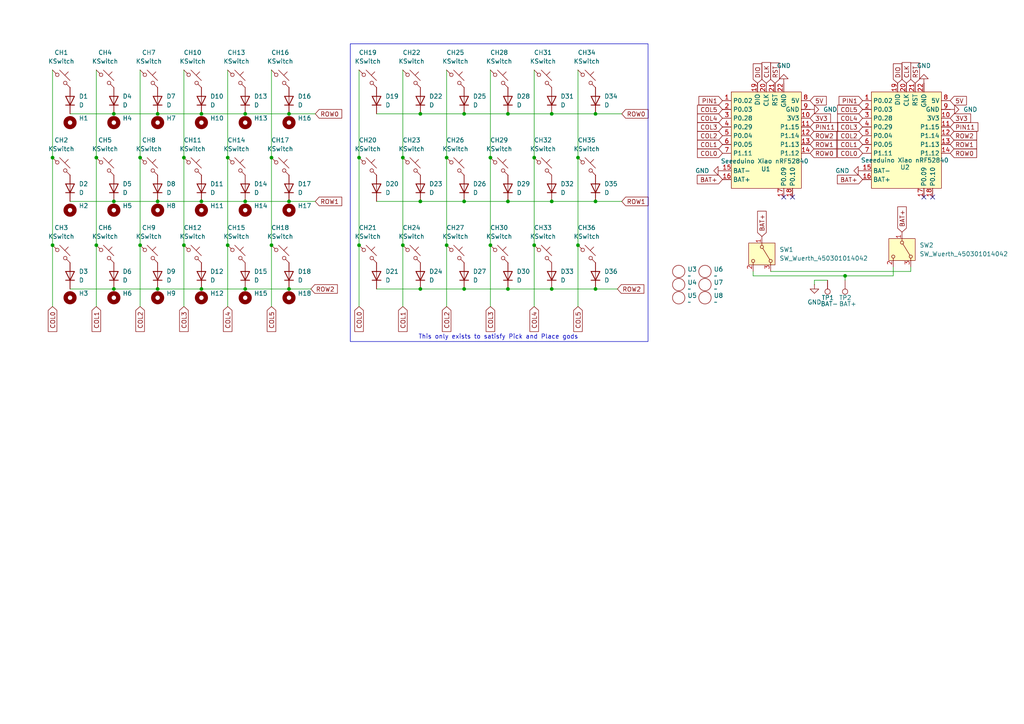
<source format=kicad_sch>
(kicad_sch (version 20231120) (generator "eeschema") (generator_version "8.0")
  (paper "A4")
  (junction (at 33.02 58.42))
  (junction (at 40.64 71.12))
  (junction (at 83.82 83.82))
  (junction (at 40.64 45.72))
  (junction (at 172.72 58.42))
  (junction (at 83.82 58.42))
  (junction (at 33.02 83.82))
  (junction (at 245.11 80.01))
  (junction (at 45.72 33.02))
  (junction (at 172.72 83.82))
  (junction (at 15.24 71.12))
  (junction (at 121.92 58.42))
  (junction (at 45.72 58.42))
  (junction (at 66.04 45.72))
  (junction (at 53.34 71.12))
  (junction (at 27.94 45.72))
  (junction (at 71.12 58.42))
  (junction (at 27.94 71.12))
  (junction (at 154.94 71.12))
  (junction (at 58.42 33.02))
  (junction (at 104.14 71.12))
  (junction (at 134.62 33.02))
  (junction (at 172.72 33.02))
  (junction (at 104.14 45.72))
  (junction (at 147.32 58.42))
  (junction (at 121.92 83.82))
  (junction (at 154.94 45.72))
  (junction (at 116.84 45.72))
  (junction (at 58.42 58.42))
  (junction (at 160.02 58.42))
  (junction (at 116.84 71.12))
  (junction (at 134.62 83.82))
  (junction (at 71.12 83.82))
  (junction (at 142.24 45.72))
  (junction (at 71.12 33.02))
  (junction (at 142.24 71.12))
  (junction (at 167.64 45.72))
  (junction (at 15.24 45.72))
  (junction (at 78.74 71.12))
  (junction (at 134.62 58.42))
  (junction (at 78.74 45.72))
  (junction (at 58.42 83.82))
  (junction (at 160.02 83.82))
  (junction (at 45.72 83.82))
  (junction (at 129.54 45.72))
  (junction (at 147.32 83.82))
  (junction (at 83.82 33.02))
  (junction (at 121.92 33.02))
  (junction (at 33.02 33.02))
  (junction (at 147.32 33.02))
  (junction (at 129.54 71.12))
  (junction (at 167.64 71.12))
  (junction (at 66.04 71.12))
  (junction (at 53.34 45.72))
  (junction (at 160.02 33.02))
  (no_connect (at 267.97 57.15))
  (no_connect (at 227.33 57.15))
  (no_connect (at 229.87 57.15))
  (no_connect (at 270.51 57.15))
  (wire (pts (xy 53.34 45.72) (xy 53.34 71.12)))
  (wire (pts (xy 45.72 58.42) (xy 58.42 58.42)))
  (wire (pts (xy 154.94 71.12) (xy 154.94 88.9)))
  (wire (pts (xy 142.24 45.72) (xy 142.24 71.12)))
  (wire (pts (xy 66.04 71.12) (xy 66.04 88.9)))
  (wire (pts (xy 71.12 58.42) (xy 83.82 58.42)))
  (wire (pts (xy 71.12 83.82) (xy 83.82 83.82)))
  (wire (pts (xy 160.02 33.02) (xy 172.72 33.02)))
  (wire (pts (xy 147.32 83.82) (xy 160.02 83.82)))
  (wire (pts (xy 134.62 83.82) (xy 147.32 83.82)))
  (wire (pts (xy 40.64 20.32) (xy 40.64 45.72)))
  (wire (pts (xy 180.34 58.42) (xy 172.72 58.42)))
  (wire (pts (xy 223.52 78.74) (xy 264.16 78.74)))
  (wire (pts (xy 58.42 58.42) (xy 71.12 58.42)))
  (wire (pts (xy 142.24 20.32) (xy 142.24 45.72)))
  (wire (pts (xy 104.14 71.12) (xy 104.14 45.72)))
  (wire (pts (xy 121.92 33.02) (xy 134.62 33.02)))
  (wire (pts (xy 104.14 45.72) (xy 104.14 20.32)))
  (wire (pts (xy 15.24 71.12) (xy 15.24 45.72)))
  (wire (pts (xy 142.24 71.12) (xy 142.24 88.9)))
  (wire (pts (xy 109.22 58.42) (xy 121.92 58.42)))
  (wire (pts (xy 20.32 58.42) (xy 33.02 58.42)))
  (wire (pts (xy 45.72 83.82) (xy 58.42 83.82)))
  (wire (pts (xy 160.02 58.42) (xy 172.72 58.42)))
  (wire (pts (xy 15.24 45.72) (xy 15.24 20.32)))
  (wire (pts (xy 129.54 71.12) (xy 129.54 88.9)))
  (wire (pts (xy 134.62 58.42) (xy 147.32 58.42)))
  (wire (pts (xy 147.32 33.02) (xy 160.02 33.02)))
  (wire (pts (xy 78.74 20.32) (xy 78.74 45.72)))
  (wire (pts (xy 104.14 71.12) (xy 104.14 88.9)))
  (wire (pts (xy 236.22 82.55) (xy 236.22 81.28)))
  (wire (pts (xy 154.94 45.72) (xy 154.94 71.12)))
  (wire (pts (xy 245.11 80.01) (xy 218.44 80.01)))
  (wire (pts (xy 167.64 20.32) (xy 167.64 45.72)))
  (wire (pts (xy 45.72 33.02) (xy 58.42 33.02)))
  (wire (pts (xy 27.94 20.32) (xy 27.94 45.72)))
  (wire (pts (xy 134.62 33.02) (xy 147.32 33.02)))
  (wire (pts (xy 33.02 33.02) (xy 45.72 33.02)))
  (wire (pts (xy 167.64 45.72) (xy 167.64 71.12)))
  (wire (pts (xy 33.02 58.42) (xy 45.72 58.42)))
  (wire (pts (xy 218.44 80.01) (xy 218.44 78.74)))
  (wire (pts (xy 264.16 78.74) (xy 264.16 77.47)))
  (wire (pts (xy 40.64 45.72) (xy 40.64 71.12)))
  (wire (pts (xy 180.34 33.02) (xy 172.72 33.02)))
  (wire (pts (xy 58.42 33.02) (xy 71.12 33.02)))
  (wire (pts (xy 245.11 81.28) (xy 245.11 80.01)))
  (wire (pts (xy 116.84 71.12) (xy 116.84 88.9)))
  (wire (pts (xy 109.22 83.82) (xy 121.92 83.82)))
  (wire (pts (xy 27.94 45.72) (xy 27.94 71.12)))
  (wire (pts (xy 116.84 20.32) (xy 116.84 45.72)))
  (wire (pts (xy 15.24 71.12) (xy 15.24 88.9)))
  (wire (pts (xy 71.12 33.02) (xy 83.82 33.02)))
  (wire (pts (xy 259.08 80.01) (xy 245.11 80.01)))
  (wire (pts (xy 154.94 20.32) (xy 154.94 45.72)))
  (wire (pts (xy 40.64 71.12) (xy 40.64 88.9)))
  (wire (pts (xy 147.32 58.42) (xy 160.02 58.42)))
  (wire (pts (xy 78.74 45.72) (xy 78.74 71.12)))
  (wire (pts (xy 167.64 71.12) (xy 167.64 88.9)))
  (wire (pts (xy 160.02 83.82) (xy 172.72 83.82)))
  (wire (pts (xy 53.34 20.32) (xy 53.34 45.72)))
  (wire (pts (xy 90.17 83.82) (xy 83.82 83.82)))
  (wire (pts (xy 53.34 71.12) (xy 53.34 88.9)))
  (wire (pts (xy 236.22 81.28) (xy 240.03 81.28)))
  (wire (pts (xy 116.84 45.72) (xy 116.84 71.12)))
  (wire (pts (xy 91.44 33.02) (xy 83.82 33.02)))
  (wire (pts (xy 20.32 83.82) (xy 33.02 83.82)))
  (wire (pts (xy 27.94 71.12) (xy 27.94 88.9)))
  (wire (pts (xy 121.92 83.82) (xy 134.62 83.82)))
  (wire (pts (xy 129.54 45.72) (xy 129.54 71.12)))
  (wire (pts (xy 58.42 83.82) (xy 71.12 83.82)))
  (wire (pts (xy 78.74 71.12) (xy 78.74 88.9)))
  (wire (pts (xy 121.92 58.42) (xy 134.62 58.42)))
  (wire (pts (xy 259.08 77.47) (xy 259.08 80.01)))
  (wire (pts (xy 20.32 33.02) (xy 33.02 33.02)))
  (wire (pts (xy 179.07 83.82) (xy 172.72 83.82)))
  (wire (pts (xy 33.02 83.82) (xy 45.72 83.82)))
  (wire (pts (xy 66.04 45.72) (xy 66.04 71.12)))
  (wire (pts (xy 91.44 58.42) (xy 83.82 58.42)))
  (wire (pts (xy 66.04 20.32) (xy 66.04 45.72)))
  (wire (pts (xy 109.22 33.02) (xy 121.92 33.02)))
  (wire (pts (xy 129.54 20.32) (xy 129.54 45.72)))
  (rectangle (start 101.6 12.7) (end 187.96 99.06))
  (text "This only exists to satisfy Pick and Place gods" (exclude_from_sim yes) (at 144.526 97.79 0) (effects (font (size 1.27 1.27))))
  (global_label "COL4" (shape input) (at 154.94 88.9 270) (property "Intersheetrefs" "${INTERSHEET_REFS}" (effects (hide yes))))
  (global_label "COL2" (shape input) (at 250.19 39.37 180) (property "Intersheetrefs" "${INTERSHEET_REFS}" (effects (hide yes))))
  (global_label "COL1" (shape input) (at 250.19 41.91 180) (property "Intersheetrefs" "${INTERSHEET_REFS}" (effects (hide yes))))
  (global_label "COL0" (shape input) (at 250.19 44.45 180) (property "Intersheetrefs" "${INTERSHEET_REFS}" (effects (hide yes))))
  (global_label "COL2" (shape input) (at 209.55 39.37 180) (property "Intersheetrefs" "${INTERSHEET_REFS}" (effects (hide yes))))
  (global_label "DIO" (shape input) (at 260.35 24.13 90) (property "Intersheetrefs" "${INTERSHEET_REFS}" (effects (hide yes))))
  (global_label "ROW0" (shape input) (at 180.34 33.02 0) (property "Intersheetrefs" "${INTERSHEET_REFS}" (effects (hide yes))))
  (global_label "COL2" (shape input) (at 129.54 88.9 270) (property "Intersheetrefs" "${INTERSHEET_REFS}" (effects (hide yes))))
  (global_label "COL5" (shape input) (at 250.19 31.75 180) (property "Intersheetrefs" "${INTERSHEET_REFS}" (effects (hide yes))))
  (global_label "COL4" (shape input) (at 209.55 34.29 180) (property "Intersheetrefs" "${INTERSHEET_REFS}" (effects (hide yes))))
  (global_label "RST" (shape input) (at 224.79 24.13 90) (property "Intersheetrefs" "${INTERSHEET_REFS}" (effects (hide yes))))
  (global_label "5V" (shape input) (at 234.95 29.21 0) (property "Intersheetrefs" "${INTERSHEET_REFS}" (effects (hide yes))))
  (global_label "ROW2" (shape input) (at 234.95 39.37 0) (property "Intersheetrefs" "${INTERSHEET_REFS}" (effects (hide yes))))
  (global_label "COL4" (shape input) (at 250.19 34.29 180) (property "Intersheetrefs" "${INTERSHEET_REFS}" (effects (hide yes))))
  (global_label "COL1" (shape input) (at 116.84 88.9 270) (property "Intersheetrefs" "${INTERSHEET_REFS}" (effects (hide yes))))
  (global_label "COL2" (shape input) (at 40.64 88.9 270) (property "Intersheetrefs" "${INTERSHEET_REFS}" (effects (hide yes))))
  (global_label "ROW2" (shape input) (at 275.59 39.37 0) (property "Intersheetrefs" "${INTERSHEET_REFS}" (effects (hide yes))))
  (global_label "BAT+" (shape input) (at 220.98 68.58 90) (property "Intersheetrefs" "${INTERSHEET_REFS}" (effects (hide yes))))
  (global_label "ROW0" (shape input) (at 234.95 44.45 0) (property "Intersheetrefs" "${INTERSHEET_REFS}" (effects (hide yes))))
  (global_label "CLK" (shape input) (at 222.25 24.13 90) (property "Intersheetrefs" "${INTERSHEET_REFS}" (effects (hide yes))))
  (global_label "3V3" (shape input) (at 275.59 34.29 0) (property "Intersheetrefs" "${INTERSHEET_REFS}" (effects (hide yes))))
  (global_label "PIN1" (shape input) (at 250.19 29.21 180) (property "Intersheetrefs" "${INTERSHEET_REFS}" (effects (hide yes))))
  (global_label "RST" (shape input) (at 265.43 24.13 90) (property "Intersheetrefs" "${INTERSHEET_REFS}" (effects (hide yes))))
  (global_label "COL0" (shape input) (at 15.24 88.9 270) (property "Intersheetrefs" "${INTERSHEET_REFS}" (effects (hide yes))))
  (global_label "PIN1" (shape input) (at 209.55 29.21 180) (property "Intersheetrefs" "${INTERSHEET_REFS}" (effects (hide yes))))
  (global_label "ROW0" (shape input) (at 91.44 33.02 0) (property "Intersheetrefs" "${INTERSHEET_REFS}" (effects (hide yes))))
  (global_label "3V3" (shape input) (at 234.95 34.29 0) (property "Intersheetrefs" "${INTERSHEET_REFS}" (effects (hide yes))))
  (global_label "ROW2" (shape input) (at 179.07 83.82 0) (property "Intersheetrefs" "${INTERSHEET_REFS}" (effects (hide yes))))
  (global_label "COL3" (shape input) (at 209.55 36.83 180) (property "Intersheetrefs" "${INTERSHEET_REFS}" (effects (hide yes))))
  (global_label "ROW1" (shape input) (at 180.34 58.42 0) (property "Intersheetrefs" "${INTERSHEET_REFS}" (effects (hide yes))))
  (global_label "BAT+" (shape input) (at 209.55 52.07 180) (property "Intersheetrefs" "${INTERSHEET_REFS}" (effects (hide yes))))
  (global_label "PIN11" (shape input) (at 275.59 36.83 0) (property "Intersheetrefs" "${INTERSHEET_REFS}" (effects (hide yes))))
  (global_label "COL1" (shape input) (at 209.55 41.91 180) (property "Intersheetrefs" "${INTERSHEET_REFS}" (effects (hide yes))))
  (global_label "COL5" (shape input) (at 78.74 88.9 270) (property "Intersheetrefs" "${INTERSHEET_REFS}" (effects (hide yes))))
  (global_label "DIO" (shape input) (at 219.71 24.13 90) (property "Intersheetrefs" "${INTERSHEET_REFS}" (effects (hide yes))))
  (global_label "COL0" (shape input) (at 209.55 44.45 180) (property "Intersheetrefs" "${INTERSHEET_REFS}" (effects (hide yes))))
  (global_label "CLK" (shape input) (at 262.89 24.13 90) (property "Intersheetrefs" "${INTERSHEET_REFS}" (effects (hide yes))))
  (global_label "COL5" (shape input) (at 209.55 31.75 180) (property "Intersheetrefs" "${INTERSHEET_REFS}" (effects (hide yes))))
  (global_label "BAT+" (shape input) (at 261.62 67.31 90) (property "Intersheetrefs" "${INTERSHEET_REFS}" (effects (hide yes))))
  (global_label "COL3" (shape input) (at 53.34 88.9 270) (property "Intersheetrefs" "${INTERSHEET_REFS}" (effects (hide yes))))
  (global_label "5V" (shape input) (at 275.59 29.21 0) (property "Intersheetrefs" "${INTERSHEET_REFS}" (effects (hide yes))))
  (global_label "COL4" (shape input) (at 66.04 88.9 270) (property "Intersheetrefs" "${INTERSHEET_REFS}" (effects (hide yes))))
  (global_label "BAT+" (shape input) (at 250.19 52.07 180) (property "Intersheetrefs" "${INTERSHEET_REFS}" (effects (hide yes))))
  (global_label "PIN11" (shape input) (at 234.95 36.83 0) (property "Intersheetrefs" "${INTERSHEET_REFS}" (effects (hide yes))))
  (global_label "ROW0" (shape input) (at 275.59 44.45 0) (property "Intersheetrefs" "${INTERSHEET_REFS}" (effects (hide yes))))
  (global_label "ROW1" (shape input) (at 234.95 41.91 0) (property "Intersheetrefs" "${INTERSHEET_REFS}" (effects (hide yes))))
  (global_label "COL0" (shape input) (at 104.14 88.9 270) (property "Intersheetrefs" "${INTERSHEET_REFS}" (effects (hide yes))))
  (global_label "COL5" (shape input) (at 167.64 88.9 270) (property "Intersheetrefs" "${INTERSHEET_REFS}" (effects (hide yes))))
  (global_label "COL3" (shape input) (at 142.24 88.9 270) (property "Intersheetrefs" "${INTERSHEET_REFS}" (effects (hide yes))))
  (global_label "ROW1" (shape input) (at 91.44 58.42 0) (property "Intersheetrefs" "${INTERSHEET_REFS}" (effects (hide yes))))
  (global_label "ROW1" (shape input) (at 275.59 41.91 0) (property "Intersheetrefs" "${INTERSHEET_REFS}" (effects (hide yes))))
  (global_label "COL1" (shape input) (at 27.94 88.9 270) (property "Intersheetrefs" "${INTERSHEET_REFS}" (effects (hide yes))))
  (global_label "ROW2" (shape input) (at 90.17 83.82 0) (property "Intersheetrefs" "${INTERSHEET_REFS}" (effects (hide yes))))
  (global_label "COL3" (shape input) (at 250.19 36.83 180) (property "Intersheetrefs" "${INTERSHEET_REFS}" (effects (hide yes))))
  (symbol (lib_id "marbastlib-choc:choc_v1_SW_HS_CPG135001S30") (at 55.88 48.26 0) (unit 1) (in_bom no)
    (property "Reference" "CH11" (at 55.88 40.64 0))
    (property "Value" "KSwitch" (at 55.88 43.18 0))
    (property "Footprint" "Keyboard:Kailh_HS_Socket" (effects (hide yes)))
    (property "Description" "Push button switch, normally open, two pins, 45° tilted" (effects (hide yes)))
  )
  (symbol (lib_id "Device:D") (at 45.72 29.21 90) (unit 1)
    (property "Reference" "D7" (at 48.26 27.9399 90) (effects (justify right)))
    (property "Value" "D" (at 48.26 30.4799 90) (effects (justify right)))
    (property "Footprint" "Diode_SMD:Nexperia_CFP3_SOD-123W" (effects (hide yes)))
    (property "Description" "Diode" (effects (hide yes)))
    (property "Sim.Device" "D" (effects (hide yes)))
    (property "Sim.Pins" "1=K 2=A" (effects (hide yes)))
  )
  (symbol (lib_id "marbastlib-choc:choc_v1_SW_HS_CPG135001S30") (at 157.48 73.66 0) (unit 1) (in_bom no)
    (property "Reference" "CH33" (at 157.48 66.04 0))
    (property "Value" "KSwitch" (at 157.48 68.58 0))
    (property "Footprint" "Keyboard:Kailh_HS_Socket" (effects (hide yes)))
    (property "Description" "Push button switch, normally open, two pins, 45° tilted" (effects (hide yes)))
  )
  (symbol (lib_id "marbastlib-choc:choc_v1_SW_HS_CPG135001S30") (at 81.28 73.66 0) (unit 1) (in_bom no)
    (property "Reference" "CH18" (at 81.28 66.04 0))
    (property "Value" "KSwitch" (at 81.28 68.58 0))
    (property "Footprint" "Keyboard:Kailh_HS_Socket" (effects (hide yes)))
    (property "Description" "Push button switch, normally open, two pins, 45° tilted" (effects (hide yes)))
  )
  (symbol (lib_id "marbastlib-choc:choc_v1_SW_HS_CPG135001S30") (at 144.78 73.66 0) (unit 1) (in_bom no)
    (property "Reference" "CH30" (at 144.78 66.04 0))
    (property "Value" "KSwitch" (at 144.78 68.58 0))
    (property "Footprint" "Keyboard:Kailh_HS_Socket" (effects (hide yes)))
    (property "Description" "Push button switch, normally open, two pins, 45° tilted" (effects (hide yes)))
  )
  (symbol (lib_id "Device:D") (at 45.72 54.61 90) (unit 1)
    (property "Reference" "D8" (at 48.26 53.3399 90) (effects (justify right)))
    (property "Value" "D" (at 48.26 55.8799 90) (effects (justify right)))
    (property "Footprint" "Diode_SMD:Nexperia_CFP3_SOD-123W" (effects (hide yes)))
    (property "Description" "Diode" (effects (hide yes)))
    (property "Sim.Device" "D" (effects (hide yes)))
    (property "Sim.Pins" "1=K 2=A" (effects (hide yes)))
  )
  (symbol (lib_id "marbastlib-choc:choc_v1_SW_HS_CPG135001S30") (at 30.48 73.66 0) (unit 1) (in_bom no)
    (property "Reference" "CH6" (at 30.48 66.04 0))
    (property "Value" "KSwitch" (at 30.48 68.58 0))
    (property "Footprint" "Keyboard:Kailh_HS_Socket" (effects (hide yes)))
    (property "Description" "Push button switch, normally open, two pins, 45° tilted" (effects (hide yes)))
  )
  (symbol (lib_id "Mechanical:MountingHole") (at 83.82 35.56 0) (unit 1) (exclude_from_sim yes) (in_bom no)
    (property "Reference" "H16" (at 86.36 34.2899 0) (effects (justify left)))
    (property "Value" "MountingHole" (effects (hide yes)))
    (property "Footprint" "Keyboard:Kailh_socket_PG1350_reversible_Holes" (effects (hide yes)))
    (property "Description" "Mounting Hole without connection" (effects (hide yes)))
  )
  (symbol (lib_id "marbastlib-choc:choc_v1_SW_HS_CPG135001S30") (at 43.18 48.26 0) (unit 1) (in_bom no)
    (property "Reference" "CH8" (at 43.18 40.64 0))
    (property "Value" "KSwitch" (at 43.18 43.18 0))
    (property "Footprint" "Keyboard:Kailh_HS_Socket" (effects (hide yes)))
    (property "Description" "Push button switch, normally open, two pins, 45° tilted" (effects (hide yes)))
  )
  (symbol (lib_id "marbastlib-choc:choc_v1_SW_HS_CPG135001S30") (at 132.08 73.66 0) (unit 1) (in_bom no)
    (property "Reference" "CH27" (at 132.08 66.04 0))
    (property "Value" "KSwitch" (at 132.08 68.58 0))
    (property "Footprint" "Keyboard:Kailh_HS_Socket" (effects (hide yes)))
    (property "Description" "Push button switch, normally open, two pins, 45° tilted" (effects (hide yes)))
  )
  (symbol (lib_id "Device:D") (at 58.42 80.01 90) (unit 1)
    (property "Reference" "D12" (at 60.96 78.7399 90) (effects (justify right)))
    (property "Value" "D" (at 60.96 81.2799 90) (effects (justify right)))
    (property "Footprint" "Diode_SMD:Nexperia_CFP3_SOD-123W" (effects (hide yes)))
    (property "Description" "Diode" (effects (hide yes)))
    (property "Sim.Device" "D" (effects (hide yes)))
    (property "Sim.Pins" "1=K 2=A" (effects (hide yes)))
  )
  (symbol (lib_id "Switch:SW_Wuerth_450301014042") (at 261.62 72.39 270) (unit 1)
    (property "Reference" "SW2" (at 266.7 71.1199 90) (effects (justify left)))
    (property "Value" "SW_Wuerth_450301014042" (at 266.7 73.6599 90) (effects (justify left)))
    (property "Footprint" "Button_Switch_SMD:SW_SPDT_PCM12" (effects (hide yes)))
    (property "Datasheet" "https://www.we-online.com/components/products/datasheet/450301014042.pdf" (effects (hide yes)))
    (property "Description" "Switch slide, single pole double throw" (effects (hide yes)))
  )
  (symbol (lib_id "Mechanical:MountingHole") (at 33.02 35.56 0) (unit 1) (exclude_from_sim yes) (in_bom no)
    (property "Reference" "H4" (at 35.56 34.2899 0) (effects (justify left)))
    (property "Value" "MountingHole" (effects (hide yes)))
    (property "Footprint" "Keyboard:Kailh_socket_PG1350_reversible_Holes" (effects (hide yes)))
    (property "Description" "Mounting Hole without connection" (effects (hide yes)))
  )
  (symbol (lib_id "marbastlib-choc:choc_v1_SW_HS_CPG135001S30") (at 144.78 22.86 0) (unit 1) (in_bom no)
    (property "Reference" "CH28" (at 144.78 15.24 0))
    (property "Value" "KSwitch" (at 144.78 17.78 0))
    (property "Footprint" "Keyboard:Kailh_HS_Socket" (effects (hide yes)))
    (property "Description" "Push button switch, normally open, two pins, 45° tilted" (effects (hide yes)))
  )
  (symbol (lib_id "Device:D") (at 83.82 80.01 90) (unit 1)
    (property "Reference" "D18" (at 86.36 78.7399 90) (effects (justify right)))
    (property "Value" "D" (at 86.36 81.2799 90) (effects (justify right)))
    (property "Footprint" "Diode_SMD:Nexperia_CFP3_SOD-123W" (effects (hide yes)))
    (property "Description" "Diode" (effects (hide yes)))
    (property "Sim.Device" "D" (effects (hide yes)))
    (property "Sim.Pins" "1=K 2=A" (effects (hide yes)))
  )
  (symbol (lib_id "Device:D") (at 160.02 54.61 90) (unit 1)
    (property "Reference" "D32" (at 162.56 53.3399 90) (effects (justify right)))
    (property "Value" "D" (at 162.56 55.8799 90) (effects (justify right)))
    (property "Footprint" "Diode_SMD:Nexperia_CFP3_SOD-123W" (effects (hide yes)))
    (property "Description" "Diode" (effects (hide yes)))
    (property "Sim.Device" "D" (effects (hide yes)))
    (property "Sim.Pins" "1=K 2=A" (effects (hide yes)))
  )
  (symbol (lib_id "Trackpoint:Solder_Nut") (at 196.85 86.36 0) (unit 1)
    (property "Reference" "U5" (at 199.39 85.7249 0) (effects (justify left)))
    (property "Value" "~" (at 199.39 87.63 0) (effects (justify left)))
    (property "Footprint" "MountingHole:MountingHole_2.2mm_M2" (effects (hide yes)))
  )
  (symbol (lib_id "power:GND") (at 209.55 49.53 270) (unit 1)
    (property "Reference" "#PWR03" (effects (hide yes)))
    (property "Value" "GND" (at 205.74 49.5299 90) (effects (justify right)))
    (property "Description" "Power symbol creates a global label with name \"GND\" , ground" (effects (hide yes)))
  )
  (symbol (lib_id "Mechanical:MountingHole") (at 20.32 35.56 0) (unit 1) (exclude_from_sim yes) (in_bom no)
    (property "Reference" "H1" (at 22.86 34.2899 0) (effects (justify left)))
    (property "Value" "MountingHole" (effects (hide yes)))
    (property "Footprint" "Keyboard:Kailh_socket_PG1350_reversible_Holes" (effects (hide yes)))
    (property "Description" "Mounting Hole without connection" (effects (hide yes)))
  )
  (symbol (lib_id "Switch:SW_Wuerth_450301014042") (at 220.98 73.66 270) (unit 1)
    (property "Reference" "SW1" (at 226.06 72.3899 90) (effects (justify left)))
    (property "Value" "SW_Wuerth_450301014042" (at 226.06 74.9299 90) (effects (justify left)))
    (property "Footprint" "Button_Switch_SMD:SW_SPDT_PCM12" (effects (hide yes)))
    (property "Datasheet" "https://www.we-online.com/components/products/datasheet/450301014042.pdf" (effects (hide yes)))
    (property "Description" "Switch slide, single pole double throw" (effects (hide yes)))
  )
  (symbol (lib_id "marbastlib-choc:choc_v1_SW_HS_CPG135001S30") (at 68.58 22.86 0) (unit 1) (in_bom no)
    (property "Reference" "CH13" (at 68.58 15.24 0))
    (property "Value" "KSwitch" (at 68.58 17.78 0))
    (property "Footprint" "Keyboard:Kailh_HS_Socket" (effects (hide yes)))
    (property "Description" "Push button switch, normally open, two pins, 45° tilted" (effects (hide yes)))
  )
  (symbol (lib_id "Device:D") (at 109.22 29.21 90) (unit 1)
    (property "Reference" "D19" (at 111.76 27.9399 90) (effects (justify right)))
    (property "Value" "D" (at 111.76 30.4799 90) (effects (justify right)))
    (property "Footprint" "Diode_SMD:Nexperia_CFP3_SOD-123W" (effects (hide yes)))
    (property "Description" "Diode" (effects (hide yes)))
    (property "Sim.Device" "D" (effects (hide yes)))
    (property "Sim.Pins" "1=K 2=A" (effects (hide yes)))
  )
  (symbol (lib_id "marbastlib-choc:choc_v1_SW_HS_CPG135001S30") (at 157.48 22.86 0) (unit 1) (in_bom no)
    (property "Reference" "CH31" (at 157.48 15.24 0))
    (property "Value" "KSwitch" (at 157.48 17.78 0))
    (property "Footprint" "Keyboard:Kailh_HS_Socket" (effects (hide yes)))
    (property "Description" "Push button switch, normally open, two pins, 45° tilted" (effects (hide yes)))
  )
  (symbol (lib_id "Trackpoint:Solder_Nut") (at 204.47 82.55 0) (unit 1)
    (property "Reference" "U7" (at 207.01 81.9149 0) (effects (justify left)))
    (property "Value" "~" (at 207.01 83.82 0) (effects (justify left)))
    (property "Footprint" "MountingHole:MountingHole_2.2mm_M2" (effects (hide yes)))
  )
  (symbol (lib_id "Mechanical:MountingHole") (at 83.82 86.36 0) (unit 1) (exclude_from_sim yes) (in_bom no)
    (property "Reference" "H18" (at 86.36 85.0899 0) (effects (justify left)))
    (property "Value" "MountingHole" (effects (hide yes)))
    (property "Footprint" "Keyboard:Kailh_socket_PG1350_reversible_Holes" (effects (hide yes)))
    (property "Description" "Mounting Hole without connection" (effects (hide yes)))
  )
  (symbol (lib_id "marbastlib-choc:choc_v1_SW_HS_CPG135001S30") (at 106.68 48.26 0) (unit 1) (in_bom no)
    (property "Reference" "CH20" (at 106.68 40.64 0))
    (property "Value" "KSwitch" (at 106.68 43.18 0))
    (property "Footprint" "Keyboard:Kailh_HS_Socket" (effects (hide yes)))
    (property "Description" "Push button switch, normally open, two pins, 45° tilted" (effects (hide yes)))
  )
  (symbol (lib_id "Mechanical:MountingHole") (at 45.72 60.96 0) (unit 1) (exclude_from_sim yes) (in_bom no)
    (property "Reference" "H8" (at 48.26 59.6899 0) (effects (justify left)))
    (property "Value" "MountingHole" (effects (hide yes)))
    (property "Footprint" "Keyboard:Kailh_socket_PG1350_reversible_Holes" (effects (hide yes)))
    (property "Description" "Mounting Hole without connection" (effects (hide yes)))
  )
  (symbol (lib_id "marbastlib-choc:choc_v1_SW_HS_CPG135001S30") (at 68.58 48.26 0) (unit 1) (in_bom no)
    (property "Reference" "CH14" (at 68.58 40.64 0))
    (property "Value" "KSwitch" (at 68.58 43.18 0))
    (property "Footprint" "Keyboard:Kailh_HS_Socket" (effects (hide yes)))
    (property "Description" "Push button switch, normally open, two pins, 45° tilted" (effects (hide yes)))
  )
  (symbol (lib_id "Mechanical:MountingHole") (at 58.42 60.96 0) (unit 1) (exclude_from_sim yes) (in_bom no)
    (property "Reference" "H11" (at 60.96 59.6899 0) (effects (justify left)))
    (property "Value" "MountingHole" (effects (hide yes)))
    (property "Footprint" "Keyboard:Kailh_socket_PG1350_reversible_Holes" (effects (hide yes)))
    (property "Description" "Mounting Hole without connection" (effects (hide yes)))
  )
  (symbol (lib_id "marbastlib-choc:choc_v1_SW_HS_CPG135001S30") (at 81.28 22.86 0) (unit 1) (in_bom no)
    (property "Reference" "CH16" (at 81.28 15.24 0))
    (property "Value" "KSwitch" (at 81.28 17.78 0))
    (property "Footprint" "Keyboard:Kailh_HS_Socket" (effects (hide yes)))
    (property "Description" "Push button switch, normally open, two pins, 45° tilted" (effects (hide yes)))
  )
  (symbol (lib_id "Device:D") (at 45.72 80.01 90) (unit 1)
    (property "Reference" "D9" (at 48.26 78.7399 90) (effects (justify right)))
    (property "Value" "D" (at 48.26 81.2799 90) (effects (justify right)))
    (property "Footprint" "Diode_SMD:Nexperia_CFP3_SOD-123W" (effects (hide yes)))
    (property "Description" "Diode" (effects (hide yes)))
    (property "Sim.Device" "D" (effects (hide yes)))
    (property "Sim.Pins" "1=K 2=A" (effects (hide yes)))
  )
  (symbol (lib_id "power:GND") (at 236.22 82.55 0) (unit 1)
    (property "Reference" "#PWR07" (effects (hide yes)))
    (property "Value" "GND" (at 236.22 87.63 0))
    (property "Description" "Power symbol creates a global label with name \"GND\" , ground" (effects (hide yes)))
  )
  (symbol (lib_id "marbastlib-choc:choc_v1_SW_HS_CPG135001S30") (at 132.08 48.26 0) (unit 1) (in_bom no)
    (property "Reference" "CH26" (at 132.08 40.64 0))
    (property "Value" "KSwitch" (at 132.08 43.18 0))
    (property "Footprint" "Keyboard:Kailh_HS_Socket" (effects (hide yes)))
    (property "Description" "Push button switch, normally open, two pins, 45° tilted" (effects (hide yes)))
  )
  (symbol (lib_id "xiao_ble:Seeeduino_Xiao_nRF52840") (at 262.89 43.18 0) (unit 1) (in_bom no)
    (property "Reference" "U2" (at 261.112 48.514 0) (effects (justify left)))
    (property "Value" "Seeeduino Xiao nRF52840" (at 249.682 46.482 0) (effects (justify left)))
    (property "Footprint" "Keyboard:XIAO-nRF52840-Sense-14P-2.54-21X17.8MM" (effects (hide yes)))
    (property "Description" "Symbol for a Seeeduino Xiao nRF52840" (effects (hide yes)))
  )
  (symbol (lib_id "marbastlib-choc:choc_v1_SW_HS_CPG135001S30") (at 30.48 22.86 0) (unit 1) (in_bom no)
    (property "Reference" "CH4" (at 30.48 15.24 0))
    (property "Value" "KSwitch" (at 30.48 17.78 0))
    (property "Footprint" "Keyboard:Kailh_HS_Socket" (effects (hide yes)))
    (property "Description" "Push button switch, normally open, two pins, 45° tilted" (effects (hide yes)))
  )
  (symbol (lib_id "Device:D") (at 121.92 80.01 90) (unit 1)
    (property "Reference" "D24" (at 124.46 78.7399 90) (effects (justify right)))
    (property "Value" "D" (at 124.46 81.2799 90) (effects (justify right)))
    (property "Footprint" "Diode_SMD:Nexperia_CFP3_SOD-123W" (effects (hide yes)))
    (property "Description" "Diode" (effects (hide yes)))
    (property "Sim.Device" "D" (effects (hide yes)))
    (property "Sim.Pins" "1=K 2=A" (effects (hide yes)))
  )
  (symbol (lib_id "power:GND") (at 234.95 31.75 90) (unit 1)
    (property "Reference" "#PWR02" (effects (hide yes)))
    (property "Value" "GND" (at 238.76 31.7499 90) (effects (justify right)))
    (property "Description" "Power symbol creates a global label with name \"GND\" , ground" (effects (hide yes)))
  )
  (symbol (lib_id "Device:D") (at 71.12 54.61 90) (unit 1)
    (property "Reference" "D14" (at 73.66 53.3399 90) (effects (justify right)))
    (property "Value" "D" (at 73.66 55.8799 90) (effects (justify right)))
    (property "Footprint" "Diode_SMD:Nexperia_CFP3_SOD-123W" (effects (hide yes)))
    (property "Description" "Diode" (effects (hide yes)))
    (property "Sim.Device" "D" (effects (hide yes)))
    (property "Sim.Pins" "1=K 2=A" (effects (hide yes)))
  )
  (symbol (lib_id "marbastlib-choc:choc_v1_SW_HS_CPG135001S30") (at 55.88 73.66 0) (unit 1) (in_bom no)
    (property "Reference" "CH12" (at 55.88 66.04 0))
    (property "Value" "KSwitch" (at 55.88 68.58 0))
    (property "Footprint" "Keyboard:Kailh_HS_Socket" (effects (hide yes)))
    (property "Description" "Push button switch, normally open, two pins, 45° tilted" (effects (hide yes)))
  )
  (symbol (lib_id "Device:D") (at 71.12 29.21 90) (unit 1)
    (property "Reference" "D13" (at 73.66 27.9399 90) (effects (justify right)))
    (property "Value" "D" (at 73.66 30.4799 90) (effects (justify right)))
    (property "Footprint" "Diode_SMD:Nexperia_CFP3_SOD-123W" (effects (hide yes)))
    (property "Description" "Diode" (effects (hide yes)))
    (property "Sim.Device" "D" (effects (hide yes)))
    (property "Sim.Pins" "1=K 2=A" (effects (hide yes)))
  )
  (symbol (lib_id "Device:D") (at 147.32 29.21 90) (unit 1)
    (property "Reference" "D28" (at 149.86 27.9399 90) (effects (justify right)))
    (property "Value" "D" (at 149.86 30.4799 90) (effects (justify right)))
    (property "Footprint" "Diode_SMD:Nexperia_CFP3_SOD-123W" (effects (hide yes)))
    (property "Description" "Diode" (effects (hide yes)))
    (property "Sim.Device" "D" (effects (hide yes)))
    (property "Sim.Pins" "1=K 2=A" (effects (hide yes)))
  )
  (symbol (lib_id "marbastlib-choc:choc_v1_SW_HS_CPG135001S30") (at 170.18 48.26 0) (unit 1) (in_bom no)
    (property "Reference" "CH35" (at 170.18 40.64 0))
    (property "Value" "KSwitch" (at 170.18 43.18 0))
    (property "Footprint" "Keyboard:Kailh_HS_Socket" (effects (hide yes)))
    (property "Description" "Push button switch, normally open, two pins, 45° tilted" (effects (hide yes)))
  )
  (symbol (lib_id "Mechanical:MountingHole") (at 45.72 86.36 0) (unit 1) (exclude_from_sim yes) (in_bom no)
    (property "Reference" "H9" (at 48.26 85.0899 0) (effects (justify left)))
    (property "Value" "MountingHole" (effects (hide yes)))
    (property "Footprint" "Keyboard:Kailh_socket_PG1350_reversible_Holes" (effects (hide yes)))
    (property "Description" "Mounting Hole without connection" (effects (hide yes)))
  )
  (symbol (lib_id "marbastlib-choc:choc_v1_SW_HS_CPG135001S30") (at 55.88 22.86 0) (unit 1) (in_bom no)
    (property "Reference" "CH10" (at 55.88 15.24 0))
    (property "Value" "KSwitch" (at 55.88 17.78 0))
    (property "Footprint" "Keyboard:Kailh_HS_Socket" (effects (hide yes)))
    (property "Description" "Push button switch, normally open, two pins, 45° tilted" (effects (hide yes)))
  )
  (symbol (lib_id "Trackpoint:Solder_Nut") (at 196.85 82.55 0) (unit 1)
    (property "Reference" "U4" (at 199.39 81.9149 0) (effects (justify left)))
    (property "Value" "~" (at 199.39 83.82 0) (effects (justify left)))
    (property "Footprint" "MountingHole:MountingHole_2.2mm_M2" (effects (hide yes)))
  )
  (symbol (lib_id "marbastlib-choc:choc_v1_SW_HS_CPG135001S30") (at 106.68 73.66 0) (unit 1) (in_bom no)
    (property "Reference" "CH21" (at 106.68 66.04 0))
    (property "Value" "KSwitch" (at 106.68 68.58 0))
    (property "Footprint" "Keyboard:Kailh_HS_Socket" (effects (hide yes)))
    (property "Description" "Push button switch, normally open, two pins, 45° tilted" (effects (hide yes)))
  )
  (symbol (lib_id "Device:D") (at 33.02 29.21 90) (unit 1)
    (property "Reference" "D4" (at 35.56 27.9399 90) (effects (justify right)))
    (property "Value" "D" (at 35.56 30.4799 90) (effects (justify right)))
    (property "Footprint" "Diode_SMD:Nexperia_CFP3_SOD-123W" (effects (hide yes)))
    (property "Description" "Diode" (effects (hide yes)))
    (property "Sim.Device" "D" (effects (hide yes)))
    (property "Sim.Pins" "1=K 2=A" (effects (hide yes)))
  )
  (symbol (lib_id "marbastlib-choc:choc_v1_SW_HS_CPG135001S30") (at 119.38 22.86 0) (unit 1) (in_bom no)
    (property "Reference" "CH22" (at 119.38 15.24 0))
    (property "Value" "KSwitch" (at 119.38 17.78 0))
    (property "Footprint" "Keyboard:Kailh_HS_Socket" (effects (hide yes)))
    (property "Description" "Push button switch, normally open, two pins, 45° tilted" (effects (hide yes)))
  )
  (symbol (lib_id "Device:D") (at 58.42 54.61 90) (unit 1)
    (property "Reference" "D11" (at 60.96 53.3399 90) (effects (justify right)))
    (property "Value" "D" (at 60.96 55.8799 90) (effects (justify right)))
    (property "Footprint" "Diode_SMD:Nexperia_CFP3_SOD-123W" (effects (hide yes)))
    (property "Description" "Diode" (effects (hide yes)))
    (property "Sim.Device" "D" (effects (hide yes)))
    (property "Sim.Pins" "1=K 2=A" (effects (hide yes)))
  )
  (symbol (lib_id "marbastlib-choc:choc_v1_SW_HS_CPG135001S30") (at 170.18 22.86 0) (unit 1) (in_bom no)
    (property "Reference" "CH34" (at 170.18 15.24 0))
    (property "Value" "KSwitch" (at 170.18 17.78 0))
    (property "Footprint" "Keyboard:Kailh_HS_Socket" (effects (hide yes)))
    (property "Description" "Push button switch, normally open, two pins, 45° tilted" (effects (hide yes)))
  )
  (symbol (lib_id "Device:D") (at 20.32 54.61 90) (unit 1)
    (property "Reference" "D2" (at 22.86 53.3399 90) (effects (justify right)))
    (property "Value" "D" (at 22.86 55.8799 90) (effects (justify right)))
    (property "Footprint" "Diode_SMD:Nexperia_CFP3_SOD-123W" (effects (hide yes)))
    (property "Description" "Diode" (effects (hide yes)))
    (property "Sim.Device" "D" (effects (hide yes)))
    (property "Sim.Pins" "1=K 2=A" (effects (hide yes)))
  )
  (symbol (lib_id "marbastlib-choc:choc_v1_SW_HS_CPG135001S30") (at 43.18 22.86 0) (unit 1) (in_bom no)
    (property "Reference" "CH7" (at 43.18 15.24 0))
    (property "Value" "KSwitch" (at 43.18 17.78 0))
    (property "Footprint" "Keyboard:Kailh_HS_Socket" (effects (hide yes)))
    (property "Description" "Push button switch, normally open, two pins, 45° tilted" (effects (hide yes)))
  )
  (symbol (lib_id "marbastlib-choc:choc_v1_SW_HS_CPG135001S30") (at 170.18 73.66 0) (unit 1) (in_bom no)
    (property "Reference" "CH36" (at 170.18 66.04 0))
    (property "Value" "KSwitch" (at 170.18 68.58 0))
    (property "Footprint" "Keyboard:Kailh_HS_Socket" (effects (hide yes)))
    (property "Description" "Push button switch, normally open, two pins, 45° tilted" (effects (hide yes)))
  )
  (symbol (lib_id "marbastlib-choc:choc_v1_SW_HS_CPG135001S30") (at 81.28 48.26 0) (unit 1) (in_bom no)
    (property "Reference" "CH17" (at 81.28 40.64 0))
    (property "Value" "KSwitch" (at 81.28 43.18 0))
    (property "Footprint" "Keyboard:Kailh_HS_Socket" (effects (hide yes)))
    (property "Description" "Push button switch, normally open, two pins, 45° tilted" (effects (hide yes)))
  )
  (symbol (lib_id "power:GND") (at 267.97 24.13 180) (unit 1)
    (property "Reference" "#PWR05" (effects (hide yes)))
    (property "Value" "GND" (at 267.97 19.05 0))
    (property "Description" "Power symbol creates a global label with name \"GND\" , ground" (effects (hide yes)))
  )
  (symbol (lib_id "Mechanical:MountingHole") (at 20.32 86.36 0) (unit 1) (exclude_from_sim yes) (in_bom no)
    (property "Reference" "H3" (at 22.86 85.0899 0) (effects (justify left)))
    (property "Value" "MountingHole" (effects (hide yes)))
    (property "Footprint" "Keyboard:Kailh_socket_PG1350_reversible_Holes" (effects (hide yes)))
    (property "Description" "Mounting Hole without connection" (effects (hide yes)))
  )
  (symbol (lib_id "Device:D") (at 134.62 54.61 90) (unit 1)
    (property "Reference" "D26" (at 137.16 53.3399 90) (effects (justify right)))
    (property "Value" "D" (at 137.16 55.8799 90) (effects (justify right)))
    (property "Footprint" "Diode_SMD:Nexperia_CFP3_SOD-123W" (effects (hide yes)))
    (property "Description" "Diode" (effects (hide yes)))
    (property "Sim.Device" "D" (effects (hide yes)))
    (property "Sim.Pins" "1=K 2=A" (effects (hide yes)))
  )
  (symbol (lib_id "power:GND") (at 275.59 31.75 90) (unit 1)
    (property "Reference" "#PWR04" (effects (hide yes)))
    (property "Value" "GND" (at 279.4 31.7499 90) (effects (justify right)))
    (property "Description" "Power symbol creates a global label with name \"GND\" , ground" (effects (hide yes)))
  )
  (symbol (lib_id "Mechanical:MountingHole") (at 71.12 35.56 0) (unit 1) (exclude_from_sim yes) (in_bom no)
    (property "Reference" "H13" (at 73.66 34.2899 0) (effects (justify left)))
    (property "Value" "MountingHole" (effects (hide yes)))
    (property "Footprint" "Keyboard:Kailh_socket_PG1350_reversible_Holes" (effects (hide yes)))
    (property "Description" "Mounting Hole without connection" (effects (hide yes)))
  )
  (symbol (lib_id "marbastlib-choc:choc_v1_SW_HS_CPG135001S30") (at 119.38 73.66 0) (unit 1) (in_bom no)
    (property "Reference" "CH24" (at 119.38 66.04 0))
    (property "Value" "KSwitch" (at 119.38 68.58 0))
    (property "Footprint" "Keyboard:Kailh_HS_Socket" (effects (hide yes)))
    (property "Description" "Push button switch, normally open, two pins, 45° tilted" (effects (hide yes)))
  )
  (symbol (lib_id "Mechanical:MountingHole") (at 33.02 60.96 0) (unit 1) (exclude_from_sim yes) (in_bom no)
    (property "Reference" "H5" (at 35.56 59.6899 0) (effects (justify left)))
    (property "Value" "MountingHole" (effects (hide yes)))
    (property "Footprint" "Keyboard:Kailh_socket_PG1350_reversible_Holes" (effects (hide yes)))
    (property "Description" "Mounting Hole without connection" (effects (hide yes)))
  )
  (symbol (lib_id "Mechanical:MountingHole") (at 20.32 60.96 0) (unit 1) (exclude_from_sim yes) (in_bom no)
    (property "Reference" "H2" (at 22.86 59.6899 0) (effects (justify left)))
    (property "Value" "MountingHole" (effects (hide yes)))
    (property "Footprint" "Keyboard:Kailh_socket_PG1350_reversible_Holes" (effects (hide yes)))
    (property "Description" "Mounting Hole without connection" (effects (hide yes)))
  )
  (symbol (lib_id "marbastlib-choc:choc_v1_SW_HS_CPG135001S30") (at 17.78 22.86 0) (unit 1) (in_bom no)
    (property "Reference" "CH1" (at 17.78 15.24 0))
    (property "Value" "KSwitch" (at 17.78 17.78 0))
    (property "Footprint" "Keyboard:Kailh_HS_Socket" (effects (hide yes)))
    (property "Description" "Push button switch, normally open, two pins, 45° tilted" (effects (hide yes)))
  )
  (symbol (lib_id "marbastlib-choc:choc_v1_SW_HS_CPG135001S30") (at 43.18 73.66 0) (unit 1) (in_bom no)
    (property "Reference" "CH9" (at 43.18 66.04 0))
    (property "Value" "KSwitch" (at 43.18 68.58 0))
    (property "Footprint" "Keyboard:Kailh_HS_Socket" (effects (hide yes)))
    (property "Description" "Push button switch, normally open, two pins, 45° tilted" (effects (hide yes)))
  )
  (symbol (lib_id "Device:D") (at 134.62 80.01 90) (unit 1)
    (property "Reference" "D27" (at 137.16 78.7399 90) (effects (justify right)))
    (property "Value" "D" (at 137.16 81.2799 90) (effects (justify right)))
    (property "Footprint" "Diode_SMD:Nexperia_CFP3_SOD-123W" (effects (hide yes)))
    (property "Description" "Diode" (effects (hide yes)))
    (property "Sim.Device" "D" (effects (hide yes)))
    (property "Sim.Pins" "1=K 2=A" (effects (hide yes)))
  )
  (symbol (lib_id "Device:D") (at 172.72 80.01 90) (unit 1)
    (property "Reference" "D36" (at 175.26 78.7399 90) (effects (justify right)))
    (property "Value" "D" (at 175.26 81.2799 90) (effects (justify right)))
    (property "Footprint" "Diode_SMD:Nexperia_CFP3_SOD-123W" (effects (hide yes)))
    (property "Description" "Diode" (effects (hide yes)))
    (property "Sim.Device" "D" (effects (hide yes)))
    (property "Sim.Pins" "1=K 2=A" (effects (hide yes)))
  )
  (symbol (lib_id "Device:D") (at 160.02 80.01 90) (unit 1)
    (property "Reference" "D33" (at 162.56 78.7399 90) (effects (justify right)))
    (property "Value" "D" (at 162.56 81.2799 90) (effects (justify right)))
    (property "Footprint" "Diode_SMD:Nexperia_CFP3_SOD-123W" (effects (hide yes)))
    (property "Description" "Diode" (effects (hide yes)))
    (property "Sim.Device" "D" (effects (hide yes)))
    (property "Sim.Pins" "1=K 2=A" (effects (hide yes)))
  )
  (symbol (lib_id "Trackpoint:Solder_Nut") (at 196.85 78.74 0) (unit 1)
    (property "Reference" "U3" (at 199.39 78.1049 0) (effects (justify left)))
    (property "Value" "~" (at 199.39 80.01 0) (effects (justify left)))
    (property "Footprint" "MountingHole:MountingHole_2.2mm_M2" (effects (hide yes)))
  )
  (symbol (lib_id "Mechanical:MountingHole") (at 71.12 60.96 0) (unit 1) (exclude_from_sim yes) (in_bom no)
    (property "Reference" "H14" (at 73.66 59.6899 0) (effects (justify left)))
    (property "Value" "MountingHole" (effects (hide yes)))
    (property "Footprint" "Keyboard:Kailh_socket_PG1350_reversible_Holes" (effects (hide yes)))
    (property "Description" "Mounting Hole without connection" (effects (hide yes)))
  )
  (symbol (lib_id "Connector:TestPoint") (at 240.03 81.28 180) (unit 1) (in_bom no)
    (property "Reference" "TP1" (at 238.252 86.36 0) (effects (justify right)))
    (property "Value" "BAT-" (at 237.998 88.138 0) (effects (justify right)))
    (property "Footprint" "TestPoint:TestPoint_THTPad_2.0x2.0mm_Drill1.0mm" (effects (hide yes)))
    (property "Description" "test point" (effects (hide yes)))
  )
  (symbol (lib_id "Device:D") (at 83.82 54.61 90) (unit 1)
    (property "Reference" "D17" (at 86.36 53.3399 90) (effects (justify right)))
    (property "Value" "D" (at 86.36 55.8799 90) (effects (justify right)))
    (property "Footprint" "Diode_SMD:Nexperia_CFP3_SOD-123W" (effects (hide yes)))
    (property "Description" "Diode" (effects (hide yes)))
    (property "Sim.Device" "D" (effects (hide yes)))
    (property "Sim.Pins" "1=K 2=A" (effects (hide yes)))
  )
  (symbol (lib_id "Device:D") (at 33.02 80.01 90) (unit 1)
    (property "Reference" "D6" (at 35.56 78.7399 90) (effects (justify right)))
    (property "Value" "D" (at 35.56 81.2799 90) (effects (justify right)))
    (property "Footprint" "Diode_SMD:Nexperia_CFP3_SOD-123W" (effects (hide yes)))
    (property "Description" "Diode" (effects (hide yes)))
    (property "Sim.Device" "D" (effects (hide yes)))
    (property "Sim.Pins" "1=K 2=A" (effects (hide yes)))
  )
  (symbol (lib_id "Mechanical:MountingHole") (at 58.42 35.56 0) (unit 1) (exclude_from_sim yes) (in_bom no)
    (property "Reference" "H10" (at 60.96 34.2899 0) (effects (justify left)))
    (property "Value" "MountingHole" (effects (hide yes)))
    (property "Footprint" "Keyboard:Kailh_socket_PG1350_reversible_Holes" (effects (hide yes)))
    (property "Description" "Mounting Hole without connection" (effects (hide yes)))
  )
  (symbol (lib_id "Connector:TestPoint") (at 245.11 81.28 180) (unit 1) (in_bom no)
    (property "Reference" "TP2" (at 243.332 86.36 0) (effects (justify right)))
    (property "Value" "BAT+" (at 243.332 88.138 0) (effects (justify right)))
    (property "Footprint" "TestPoint:TestPoint_THTPad_D2.0mm_Drill1.0mm" (effects (hide yes)))
    (property "Description" "test point" (effects (hide yes)))
  )
  (symbol (lib_id "marbastlib-choc:choc_v1_SW_HS_CPG135001S30") (at 132.08 22.86 0) (unit 1) (in_bom no)
    (property "Reference" "CH25" (at 132.08 15.24 0))
    (property "Value" "KSwitch" (at 132.08 17.78 0))
    (property "Footprint" "Keyboard:Kailh_HS_Socket" (effects (hide yes)))
    (property "Description" "Push button switch, normally open, two pins, 45° tilted" (effects (hide yes)))
  )
  (symbol (lib_id "marbastlib-choc:choc_v1_SW_HS_CPG135001S30") (at 17.78 73.66 0) (unit 1) (in_bom no)
    (property "Reference" "CH3" (at 17.78 66.04 0))
    (property "Value" "KSwitch" (at 17.78 68.58 0))
    (property "Footprint" "Keyboard:Kailh_HS_Socket" (effects (hide yes)))
    (property "Description" "Push button switch, normally open, two pins, 45° tilted" (effects (hide yes)))
  )
  (symbol (lib_id "marbastlib-choc:choc_v1_SW_HS_CPG135001S30") (at 106.68 22.86 0) (unit 1) (in_bom no)
    (property "Reference" "CH19" (at 106.68 15.24 0))
    (property "Value" "KSwitch" (at 106.68 17.78 0))
    (property "Footprint" "Keyboard:Kailh_HS_Socket" (effects (hide yes)))
    (property "Description" "Push button switch, normally open, two pins, 45° tilted" (effects (hide yes)))
  )
  (symbol (lib_id "Device:D") (at 109.22 54.61 90) (unit 1)
    (property "Reference" "D20" (at 111.76 53.3399 90) (effects (justify right)))
    (property "Value" "D" (at 111.76 55.8799 90) (effects (justify right)))
    (property "Footprint" "Diode_SMD:Nexperia_CFP3_SOD-123W" (effects (hide yes)))
    (property "Description" "Diode" (effects (hide yes)))
    (property "Sim.Device" "D" (effects (hide yes)))
    (property "Sim.Pins" "1=K 2=A" (effects (hide yes)))
  )
  (symbol (lib_id "Device:D") (at 109.22 80.01 90) (unit 1)
    (property "Reference" "D21" (at 111.76 78.7399 90) (effects (justify right)))
    (property "Value" "D" (at 111.76 81.2799 90) (effects (justify right)))
    (property "Footprint" "Diode_SMD:Nexperia_CFP3_SOD-123W" (effects (hide yes)))
    (property "Description" "Diode" (effects (hide yes)))
    (property "Sim.Device" "D" (effects (hide yes)))
    (property "Sim.Pins" "1=K 2=A" (effects (hide yes)))
  )
  (symbol (lib_id "Device:D") (at 20.32 29.21 90) (unit 1)
    (property "Reference" "D1" (at 22.86 27.9399 90) (effects (justify right)))
    (property "Value" "D" (at 22.86 30.4799 90) (effects (justify right)))
    (property "Footprint" "Diode_SMD:Nexperia_CFP3_SOD-123W" (effects (hide yes)))
    (property "Description" "Diode" (effects (hide yes)))
    (property "Sim.Device" "D" (effects (hide yes)))
    (property "Sim.Pins" "1=K 2=A" (effects (hide yes)))
  )
  (symbol (lib_id "Trackpoint:Solder_Nut") (at 204.47 86.36 0) (unit 1) (in_bom no)
    (property "Reference" "U8" (at 207.01 85.7249 0) (effects (justify left)))
    (property "Value" "~" (at 207.01 87.63 0) (effects (justify left)))
    (property "Footprint" "Art:Salt" (effects (hide yes)))
  )
  (symbol (lib_id "Device:D") (at 160.02 29.21 90) (unit 1)
    (property "Reference" "D31" (at 162.56 27.9399 90) (effects (justify right)))
    (property "Value" "D" (at 162.56 30.4799 90) (effects (justify right)))
    (property "Footprint" "Diode_SMD:Nexperia_CFP3_SOD-123W" (effects (hide yes)))
    (property "Description" "Diode" (effects (hide yes)))
    (property "Sim.Device" "D" (effects (hide yes)))
    (property "Sim.Pins" "1=K 2=A" (effects (hide yes)))
  )
  (symbol (lib_id "marbastlib-choc:choc_v1_SW_HS_CPG135001S30") (at 30.48 48.26 0) (unit 1) (in_bom no)
    (property "Reference" "CH5" (at 30.48 40.64 0))
    (property "Value" "KSwitch" (at 30.48 43.18 0))
    (property "Footprint" "Keyboard:Kailh_HS_Socket" (effects (hide yes)))
    (property "Description" "Push button switch, normally open, two pins, 45° tilted" (effects (hide yes)))
  )
  (symbol (lib_id "marbastlib-choc:choc_v1_SW_HS_CPG135001S30") (at 157.48 48.26 0) (unit 1) (in_bom no)
    (property "Reference" "CH32" (at 157.48 40.64 0))
    (property "Value" "KSwitch" (at 157.48 43.18 0))
    (property "Footprint" "Keyboard:Kailh_HS_Socket" (effects (hide yes)))
    (property "Description" "Push button switch, normally open, two pins, 45° tilted" (effects (hide yes)))
  )
  (symbol (lib_id "Mechanical:MountingHole") (at 71.12 86.36 0) (unit 1) (exclude_from_sim yes) (in_bom no)
    (property "Reference" "H15" (at 73.66 85.0899 0) (effects (justify left)))
    (property "Value" "MountingHole" (effects (hide yes)))
    (property "Footprint" "Keyboard:Kailh_socket_PG1350_reversible_Holes" (effects (hide yes)))
    (property "Description" "Mounting Hole without connection" (effects (hide yes)))
  )
  (symbol (lib_id "power:GND") (at 227.33 24.13 180) (unit 1)
    (property "Reference" "#PWR06" (effects (hide yes)))
    (property "Value" "GND" (at 227.33 19.05 0))
    (property "Description" "Power symbol creates a global label with name \"GND\" , ground" (effects (hide yes)))
  )
  (symbol (lib_id "Device:D") (at 20.32 80.01 90) (unit 1)
    (property "Reference" "D3" (at 22.86 78.7399 90) (effects (justify right)))
    (property "Value" "D" (at 22.86 81.2799 90) (effects (justify right)))
    (property "Footprint" "Diode_SMD:Nexperia_CFP3_SOD-123W" (effects (hide yes)))
    (property "Description" "Diode" (effects (hide yes)))
    (property "Sim.Device" "D" (effects (hide yes)))
    (property "Sim.Pins" "1=K 2=A" (effects (hide yes)))
  )
  (symbol (lib_id "xiao_ble:Seeeduino_Xiao_nRF52840") (at 222.25 43.18 0) (unit 1) (in_bom no)
    (property "Reference" "U1" (at 220.726 49.022 0) (effects (justify left)))
    (property "Value" "Seeeduino Xiao nRF52840" (at 209.042 46.736 0) (effects (justify left)))
    (property "Footprint" "Keyboard:XIAO-nRF52840-Sense-14P-2.54-21X17.8MM" (effects (hide yes)))
    (property "Description" "Symbol for a Seeeduino Xiao nRF52840" (effects (hide yes)))
  )
  (symbol (lib_id "Mechanical:MountingHole") (at 58.42 86.36 0) (unit 1) (exclude_from_sim yes) (in_bom no)
    (property "Reference" "H12" (at 60.96 85.0899 0) (effects (justify left)))
    (property "Value" "MountingHole" (effects (hide yes)))
    (property "Footprint" "Keyboard:Kailh_socket_PG1350_reversible_Holes" (effects (hide yes)))
    (property "Description" "Mounting Hole without connection" (effects (hide yes)))
  )
  (symbol (lib_id "marbastlib-choc:choc_v1_SW_HS_CPG135001S30") (at 68.58 73.66 0) (unit 1) (in_bom no)
    (property "Reference" "CH15" (at 68.58 66.04 0))
    (property "Value" "KSwitch" (at 68.58 68.58 0))
    (property "Footprint" "Keyboard:Kailh_HS_Socket" (effects (hide yes)))
    (property "Description" "Push button switch, normally open, two pins, 45° tilted" (effects (hide yes)))
  )
  (symbol (lib_id "Device:D") (at 121.92 54.61 90) (unit 1)
    (property "Reference" "D23" (at 124.46 53.3399 90) (effects (justify right)))
    (property "Value" "D" (at 124.46 55.8799 90) (effects (justify right)))
    (property "Footprint" "Diode_SMD:Nexperia_CFP3_SOD-123W" (effects (hide yes)))
    (property "Description" "Diode" (effects (hide yes)))
    (property "Sim.Device" "D" (effects (hide yes)))
    (property "Sim.Pins" "1=K 2=A" (effects (hide yes)))
  )
  (symbol (lib_id "power:GND") (at 250.19 49.53 270) (unit 1)
    (property "Reference" "#PWR01" (effects (hide yes)))
    (property "Value" "GND" (at 246.38 49.5299 90) (effects (justify right)))
    (property "Description" "Power symbol creates a global label with name \"GND\" , ground" (effects (hide yes)))
  )
  (symbol (lib_id "Mechanical:MountingHole") (at 83.82 60.96 0) (unit 1) (exclude_from_sim yes) (in_bom no)
    (property "Reference" "H17" (at 86.36 59.6899 0) (effects (justify left)))
    (property "Value" "MountingHole" (effects (hide yes)))
    (property "Footprint" "Keyboard:Kailh_socket_PG1350_reversible_Holes" (effects (hide yes)))
    (property "Description" "Mounting Hole without connection" (effects (hide yes)))
  )
  (symbol (lib_id "Device:D") (at 121.92 29.21 90) (unit 1)
    (property "Reference" "D22" (at 124.46 27.9399 90) (effects (justify right)))
    (property "Value" "D" (at 124.46 30.4799 90) (effects (justify right)))
    (property "Footprint" "Diode_SMD:Nexperia_CFP3_SOD-123W" (effects (hide yes)))
    (property "Description" "Diode" (effects (hide yes)))
    (property "Sim.Device" "D" (effects (hide yes)))
    (property "Sim.Pins" "1=K 2=A" (effects (hide yes)))
  )
  (symbol (lib_id "Device:D") (at 58.42 29.21 90) (unit 1)
    (property "Reference" "D10" (at 60.96 27.9399 90) (effects (justify right)))
    (property "Value" "D" (at 60.96 30.4799 90) (effects (justify right)))
    (property "Footprint" "Diode_SMD:Nexperia_CFP3_SOD-123W" (effects (hide yes)))
    (property "Description" "Diode" (effects (hide yes)))
    (property "Sim.Device" "D" (effects (hide yes)))
    (property "Sim.Pins" "1=K 2=A" (effects (hide yes)))
  )
  (symbol (lib_id "Device:D") (at 172.72 29.21 90) (unit 1)
    (property "Reference" "D34" (at 175.26 27.9399 90) (effects (justify right)))
    (property "Value" "D" (at 175.26 30.4799 90) (effects (justify right)))
    (property "Footprint" "Diode_SMD:Nexperia_CFP3_SOD-123W" (effects (hide yes)))
    (property "Description" "Diode" (effects (hide yes)))
    (property "Sim.Device" "D" (effects (hide yes)))
    (property "Sim.Pins" "1=K 2=A" (effects (hide yes)))
  )
  (symbol (lib_id "Device:D") (at 33.02 54.61 90) (unit 1)
    (property "Reference" "D5" (at 35.56 53.3399 90) (effects (justify right)))
    (property "Value" "D" (at 35.56 55.8799 90) (effects (justify right)))
    (property "Footprint" "Diode_SMD:Nexperia_CFP3_SOD-123W" (effects (hide yes)))
    (property "Description" "Diode" (effects (hide yes)))
    (property "Sim.Device" "D" (effects (hide yes)))
    (property "Sim.Pins" "1=K 2=A" (effects (hide yes)))
  )
  (symbol (lib_id "marbastlib-choc:choc_v1_SW_HS_CPG135001S30") (at 17.78 48.26 0) (unit 1) (in_bom no)
    (property "Reference" "CH2" (at 17.78 40.64 0))
    (property "Value" "KSwitch" (at 17.78 43.18 0))
    (property "Footprint" "Keyboard:Kailh_HS_Socket" (effects (hide yes)))
    (property "Description" "Push button switch, normally open, two pins, 45° tilted" (effects (hide yes)))
  )
  (symbol (lib_id "Mechanical:MountingHole") (at 33.02 86.36 0) (unit 1) (exclude_from_sim yes) (in_bom no)
    (property "Reference" "H6" (at 35.56 85.0899 0) (effects (justify left)))
    (property "Value" "MountingHole" (effects (hide yes)))
    (property "Footprint" "Keyboard:Kailh_socket_PG1350_reversible_Holes" (effects (hide yes)))
    (property "Description" "Mounting Hole without connection" (effects (hide yes)))
  )
  (symbol (lib_id "Device:D") (at 147.32 54.61 90) (unit 1)
    (property "Reference" "D29" (at 149.86 53.3399 90) (effects (justify right)))
    (property "Value" "D" (at 149.86 55.8799 90) (effects (justify right)))
    (property "Footprint" "Diode_SMD:Nexperia_CFP3_SOD-123W" (effects (hide yes)))
    (property "Description" "Diode" (effects (hide yes)))
    (property "Sim.Device" "D" (effects (hide yes)))
    (property "Sim.Pins" "1=K 2=A" (effects (hide yes)))
  )
  (symbol (lib_id "Mechanical:MountingHole") (at 45.72 35.56 0) (unit 1) (exclude_from_sim yes) (in_bom no)
    (property "Reference" "H7" (at 48.26 34.2899 0) (effects (justify left)))
    (property "Value" "MountingHole" (effects (hide yes)))
    (property "Footprint" "Keyboard:Kailh_socket_PG1350_reversible_Holes" (effects (hide yes)))
    (property "Description" "Mounting Hole without connection" (effects (hide yes)))
  )
  (symbol (lib_id "Device:D") (at 172.72 54.61 90) (unit 1)
    (property "Reference" "D35" (at 175.26 53.3399 90) (effects (justify right)))
    (property "Value" "D" (at 175.26 55.8799 90) (effects (justify right)))
    (property "Footprint" "Diode_SMD:Nexperia_CFP3_SOD-123W" (effects (hide yes)))
    (property "Description" "Diode" (effects (hide yes)))
    (property "Sim.Device" "D" (effects (hide yes)))
    (property "Sim.Pins" "1=K 2=A" (effects (hide yes)))
  )
  (symbol (lib_id "Device:D") (at 83.82 29.21 90) (unit 1)
    (property "Reference" "D16" (at 86.36 27.9399 90) (effects (justify right)))
    (property "Value" "D" (at 86.36 30.4799 90) (effects (justify right)))
    (property "Footprint" "Diode_SMD:Nexperia_CFP3_SOD-123W" (effects (hide yes)))
    (property "Description" "Diode" (effects (hide yes)))
    (property "Sim.Device" "D" (effects (hide yes)))
    (property "Sim.Pins" "1=K 2=A" (effects (hide yes)))
  )
  (symbol (lib_id "Trackpoint:Solder_Nut") (at 204.47 78.74 0) (unit 1)
    (property "Reference" "U6" (at 207.01 78.1049 0) (effects (justify left)))
    (property "Value" "~" (at 207.01 80.01 0) (effects (justify left)))
    (property "Footprint" "MountingHole:MountingHole_2.2mm_M2" (effects (hide yes)))
  )
  (symbol (lib_id "Device:D") (at 147.32 80.01 90) (unit 1)
    (property "Reference" "D30" (at 149.86 78.7399 90) (effects (justify right)))
    (property "Value" "D" (at 149.86 81.2799 90) (effects (justify right)))
    (property "Footprint" "Diode_SMD:Nexperia_CFP3_SOD-123W" (effects (hide yes)))
    (property "Description" "Diode" (effects (hide yes)))
    (property "Sim.Device" "D" (effects (hide yes)))
    (property "Sim.Pins" "1=K 2=A" (effects (hide yes)))
  )
  (symbol (lib_id "Device:D") (at 71.12 80.01 90) (unit 1)
    (property "Reference" "D15" (at 73.66 78.7399 90) (effects (justify right)))
    (property "Value" "D" (at 73.66 81.2799 90) (effects (justify right)))
    (property "Footprint" "Diode_SMD:Nexperia_CFP3_SOD-123W" (effects (hide yes)))
    (property "Description" "Diode" (effects (hide yes)))
    (property "Sim.Device" "D" (effects (hide yes)))
    (property "Sim.Pins" "1=K 2=A" (effects (hide yes)))
  )
  (symbol (lib_id "marbastlib-choc:choc_v1_SW_HS_CPG135001S30") (at 119.38 48.26 0) (unit 1) (in_bom no)
    (property "Reference" "CH23" (at 119.38 40.64 0))
    (property "Value" "KSwitch" (at 119.38 43.18 0))
    (property "Footprint" "Keyboard:Kailh_HS_Socket" (effects (hide yes)))
    (property "Description" "Push button switch, normally open, two pins, 45° tilted" (effects (hide yes)))
  )
  (symbol (lib_id "Device:D") (at 134.62 29.21 90) (unit 1)
    (property "Reference" "D25" (at 137.16 27.9399 90) (effects (justify right)))
    (property "Value" "D" (at 137.16 30.4799 90) (effects (justify right)))
    (property "Footprint" "Diode_SMD:Nexperia_CFP3_SOD-123W" (effects (hide yes)))
    (property "Description" "Diode" (effects (hide yes)))
    (property "Sim.Device" "D" (effects (hide yes)))
    (property "Sim.Pins" "1=K 2=A" (effects (hide yes)))
  )
  (symbol (lib_id "marbastlib-choc:choc_v1_SW_HS_CPG135001S30") (at 144.78 48.26 0) (unit 1) (in_bom no)
    (property "Reference" "CH29" (at 144.78 40.64 0))
    (property "Value" "KSwitch" (at 144.78 43.18 0))
    (property "Footprint" "Keyboard:Kailh_HS_Socket" (effects (hide yes)))
    (property "Description" "Push button switch, normally open, two pins, 45° tilted" (effects (hide yes)))
  )
)
</source>
